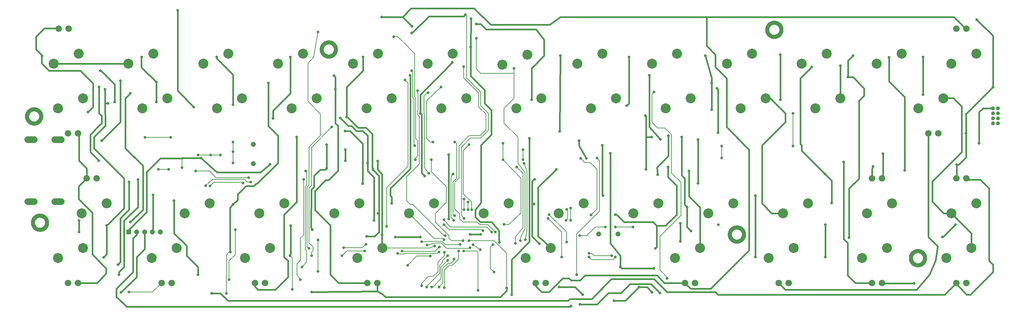
<source format=gtl>
G75*
%MOIN*%
%OFA0B0*%
%FSLAX25Y25*%
%IPPOS*%
%LPD*%
%AMOC8*
5,1,8,0,0,1.08239X$1,22.5*
%
%ADD10C,0.10000*%
%ADD11C,0.06600*%
%ADD12C,0.05150*%
%ADD13R,0.05150X0.05150*%
%ADD14C,0.06600*%
%ADD15C,0.03969*%
%ADD16C,0.03937*%
%ADD17C,0.03200*%
%ADD18C,0.02800*%
%ADD19C,0.01600*%
%ADD20C,0.00600*%
D10*
X0042657Y0056842D03*
X0067657Y0066842D03*
X0136161Y0056842D03*
X0161161Y0066842D03*
X0229665Y0056842D03*
X0254665Y0066842D03*
X0341870Y0056842D03*
X0366870Y0066842D03*
X0393622Y0101645D03*
X0418622Y0111645D03*
X0468425Y0101645D03*
X0493425Y0111645D03*
X0543228Y0101645D03*
X0568228Y0111645D03*
X0618031Y0101645D03*
X0643031Y0111645D03*
X0692835Y0101645D03*
X0717835Y0111645D03*
X0767638Y0101645D03*
X0792638Y0111645D03*
X0851791Y0101645D03*
X0876791Y0111645D03*
X0935945Y0101645D03*
X0960945Y0111645D03*
X0955945Y0066842D03*
X0930945Y0056842D03*
X0871791Y0066842D03*
X0846791Y0056842D03*
X0778287Y0066842D03*
X0753287Y0056842D03*
X0684783Y0066842D03*
X0659783Y0056842D03*
X0535177Y0066842D03*
X0510177Y0056842D03*
X0343819Y0111645D03*
X0318819Y0101645D03*
X0269016Y0111645D03*
X0244016Y0101645D03*
X0194213Y0111645D03*
X0169213Y0101645D03*
X0091358Y0111645D03*
X0066358Y0101645D03*
X0042657Y0206449D03*
X0067657Y0216449D03*
X0126811Y0206449D03*
X0151811Y0216449D03*
X0201614Y0206449D03*
X0226614Y0216449D03*
X0276417Y0206449D03*
X0301417Y0216449D03*
X0351220Y0206449D03*
X0376220Y0216449D03*
X0426024Y0206449D03*
X0451024Y0216449D03*
X0500827Y0206449D03*
X0525827Y0216449D03*
X0575630Y0206449D03*
X0600630Y0216449D03*
X0650433Y0206449D03*
X0675433Y0216449D03*
X0725236Y0206449D03*
X0750236Y0216449D03*
X0800039Y0206449D03*
X0825039Y0216449D03*
X0902894Y0206449D03*
X0927894Y0216449D03*
X0935945Y0251252D03*
X0960945Y0261252D03*
X0886142Y0261252D03*
X0861142Y0251252D03*
X0811339Y0261252D03*
X0786339Y0251252D03*
X0736535Y0261252D03*
X0711535Y0251252D03*
X0661732Y0261252D03*
X0636732Y0251252D03*
X0586929Y0261252D03*
X0561929Y0251252D03*
X0512126Y0260267D03*
X0487126Y0250267D03*
X0437323Y0261252D03*
X0412323Y0251252D03*
X0362520Y0261252D03*
X0337520Y0251252D03*
X0287717Y0261252D03*
X0262717Y0251252D03*
X0212913Y0261252D03*
X0187913Y0251252D03*
X0138110Y0261252D03*
X0113110Y0251252D03*
X0063307Y0261252D03*
X0038307Y0251252D03*
D11*
X0052657Y0031842D03*
X0062657Y0031842D03*
X0146161Y0031842D03*
X0156161Y0031842D03*
X0239665Y0031842D03*
X0249665Y0031842D03*
X0351870Y0031842D03*
X0361870Y0031842D03*
X0520177Y0031842D03*
X0530177Y0031842D03*
X0669783Y0031842D03*
X0679783Y0031842D03*
X0763287Y0031842D03*
X0773287Y0031842D03*
X0856791Y0031842D03*
X0866791Y0031842D03*
X0940945Y0031842D03*
X0950945Y0031842D03*
X0950945Y0136645D03*
X0940945Y0136645D03*
X0866791Y0136645D03*
X0856791Y0136645D03*
X0912894Y0181449D03*
X0922894Y0181449D03*
X0940945Y0286252D03*
X0950945Y0286252D03*
X0081358Y0136645D03*
X0071358Y0136645D03*
X0062657Y0181449D03*
X0052657Y0181449D03*
X0053307Y0286252D03*
X0043307Y0286252D03*
D12*
X0237850Y0170373D03*
X0237850Y0151160D03*
X0144948Y0082767D03*
X0137074Y0082767D03*
X0129200Y0082767D03*
X0121326Y0082767D03*
X0583394Y0080767D03*
X0602606Y0080767D03*
D13*
X0113452Y0082767D03*
D14*
X0046056Y0113361D02*
X0039456Y0113361D01*
X0018930Y0113361D02*
X0012330Y0113361D01*
X0012330Y0175172D02*
X0018930Y0175172D01*
X0039456Y0175172D02*
X0046056Y0175172D01*
D15*
X0977500Y0191567D03*
X0977500Y0196567D03*
X0982500Y0196567D03*
X0982500Y0191567D03*
X0982500Y0201567D03*
X0982500Y0206567D03*
X0977500Y0206567D03*
X0977500Y0201567D03*
D16*
X0751850Y0285031D02*
X0751852Y0285205D01*
X0751859Y0285379D01*
X0751869Y0285552D01*
X0751884Y0285726D01*
X0751903Y0285899D01*
X0751927Y0286071D01*
X0751954Y0286243D01*
X0751986Y0286414D01*
X0752022Y0286584D01*
X0752062Y0286753D01*
X0752107Y0286921D01*
X0752155Y0287088D01*
X0752208Y0287254D01*
X0752264Y0287419D01*
X0752325Y0287582D01*
X0752389Y0287743D01*
X0752458Y0287903D01*
X0752530Y0288061D01*
X0752607Y0288217D01*
X0752687Y0288372D01*
X0752771Y0288524D01*
X0752858Y0288674D01*
X0752950Y0288823D01*
X0753044Y0288968D01*
X0753143Y0289112D01*
X0753245Y0289253D01*
X0753350Y0289391D01*
X0753459Y0289527D01*
X0753571Y0289660D01*
X0753686Y0289790D01*
X0753804Y0289918D01*
X0753926Y0290042D01*
X0754050Y0290164D01*
X0754178Y0290282D01*
X0754308Y0290397D01*
X0754441Y0290509D01*
X0754577Y0290618D01*
X0754715Y0290723D01*
X0754856Y0290825D01*
X0755000Y0290924D01*
X0755145Y0291018D01*
X0755294Y0291110D01*
X0755444Y0291197D01*
X0755596Y0291281D01*
X0755751Y0291361D01*
X0755907Y0291438D01*
X0756065Y0291510D01*
X0756225Y0291579D01*
X0756386Y0291643D01*
X0756549Y0291704D01*
X0756714Y0291760D01*
X0756880Y0291813D01*
X0757047Y0291861D01*
X0757215Y0291906D01*
X0757384Y0291946D01*
X0757554Y0291982D01*
X0757725Y0292014D01*
X0757897Y0292041D01*
X0758069Y0292065D01*
X0758242Y0292084D01*
X0758416Y0292099D01*
X0758589Y0292109D01*
X0758763Y0292116D01*
X0758937Y0292118D01*
X0759111Y0292116D01*
X0759285Y0292109D01*
X0759458Y0292099D01*
X0759632Y0292084D01*
X0759805Y0292065D01*
X0759977Y0292041D01*
X0760149Y0292014D01*
X0760320Y0291982D01*
X0760490Y0291946D01*
X0760659Y0291906D01*
X0760827Y0291861D01*
X0760994Y0291813D01*
X0761160Y0291760D01*
X0761325Y0291704D01*
X0761488Y0291643D01*
X0761649Y0291579D01*
X0761809Y0291510D01*
X0761967Y0291438D01*
X0762123Y0291361D01*
X0762278Y0291281D01*
X0762430Y0291197D01*
X0762580Y0291110D01*
X0762729Y0291018D01*
X0762874Y0290924D01*
X0763018Y0290825D01*
X0763159Y0290723D01*
X0763297Y0290618D01*
X0763433Y0290509D01*
X0763566Y0290397D01*
X0763696Y0290282D01*
X0763824Y0290164D01*
X0763948Y0290042D01*
X0764070Y0289918D01*
X0764188Y0289790D01*
X0764303Y0289660D01*
X0764415Y0289527D01*
X0764524Y0289391D01*
X0764629Y0289253D01*
X0764731Y0289112D01*
X0764830Y0288968D01*
X0764924Y0288823D01*
X0765016Y0288674D01*
X0765103Y0288524D01*
X0765187Y0288372D01*
X0765267Y0288217D01*
X0765344Y0288061D01*
X0765416Y0287903D01*
X0765485Y0287743D01*
X0765549Y0287582D01*
X0765610Y0287419D01*
X0765666Y0287254D01*
X0765719Y0287088D01*
X0765767Y0286921D01*
X0765812Y0286753D01*
X0765852Y0286584D01*
X0765888Y0286414D01*
X0765920Y0286243D01*
X0765947Y0286071D01*
X0765971Y0285899D01*
X0765990Y0285726D01*
X0766005Y0285552D01*
X0766015Y0285379D01*
X0766022Y0285205D01*
X0766024Y0285031D01*
X0766022Y0284857D01*
X0766015Y0284683D01*
X0766005Y0284510D01*
X0765990Y0284336D01*
X0765971Y0284163D01*
X0765947Y0283991D01*
X0765920Y0283819D01*
X0765888Y0283648D01*
X0765852Y0283478D01*
X0765812Y0283309D01*
X0765767Y0283141D01*
X0765719Y0282974D01*
X0765666Y0282808D01*
X0765610Y0282643D01*
X0765549Y0282480D01*
X0765485Y0282319D01*
X0765416Y0282159D01*
X0765344Y0282001D01*
X0765267Y0281845D01*
X0765187Y0281690D01*
X0765103Y0281538D01*
X0765016Y0281388D01*
X0764924Y0281239D01*
X0764830Y0281094D01*
X0764731Y0280950D01*
X0764629Y0280809D01*
X0764524Y0280671D01*
X0764415Y0280535D01*
X0764303Y0280402D01*
X0764188Y0280272D01*
X0764070Y0280144D01*
X0763948Y0280020D01*
X0763824Y0279898D01*
X0763696Y0279780D01*
X0763566Y0279665D01*
X0763433Y0279553D01*
X0763297Y0279444D01*
X0763159Y0279339D01*
X0763018Y0279237D01*
X0762874Y0279138D01*
X0762729Y0279044D01*
X0762580Y0278952D01*
X0762430Y0278865D01*
X0762278Y0278781D01*
X0762123Y0278701D01*
X0761967Y0278624D01*
X0761809Y0278552D01*
X0761649Y0278483D01*
X0761488Y0278419D01*
X0761325Y0278358D01*
X0761160Y0278302D01*
X0760994Y0278249D01*
X0760827Y0278201D01*
X0760659Y0278156D01*
X0760490Y0278116D01*
X0760320Y0278080D01*
X0760149Y0278048D01*
X0759977Y0278021D01*
X0759805Y0277997D01*
X0759632Y0277978D01*
X0759458Y0277963D01*
X0759285Y0277953D01*
X0759111Y0277946D01*
X0758937Y0277944D01*
X0758763Y0277946D01*
X0758589Y0277953D01*
X0758416Y0277963D01*
X0758242Y0277978D01*
X0758069Y0277997D01*
X0757897Y0278021D01*
X0757725Y0278048D01*
X0757554Y0278080D01*
X0757384Y0278116D01*
X0757215Y0278156D01*
X0757047Y0278201D01*
X0756880Y0278249D01*
X0756714Y0278302D01*
X0756549Y0278358D01*
X0756386Y0278419D01*
X0756225Y0278483D01*
X0756065Y0278552D01*
X0755907Y0278624D01*
X0755751Y0278701D01*
X0755596Y0278781D01*
X0755444Y0278865D01*
X0755294Y0278952D01*
X0755145Y0279044D01*
X0755000Y0279138D01*
X0754856Y0279237D01*
X0754715Y0279339D01*
X0754577Y0279444D01*
X0754441Y0279553D01*
X0754308Y0279665D01*
X0754178Y0279780D01*
X0754050Y0279898D01*
X0753926Y0280020D01*
X0753804Y0280144D01*
X0753686Y0280272D01*
X0753571Y0280402D01*
X0753459Y0280535D01*
X0753350Y0280671D01*
X0753245Y0280809D01*
X0753143Y0280950D01*
X0753044Y0281094D01*
X0752950Y0281239D01*
X0752858Y0281388D01*
X0752771Y0281538D01*
X0752687Y0281690D01*
X0752607Y0281845D01*
X0752530Y0282001D01*
X0752458Y0282159D01*
X0752389Y0282319D01*
X0752325Y0282480D01*
X0752264Y0282643D01*
X0752208Y0282808D01*
X0752155Y0282974D01*
X0752107Y0283141D01*
X0752062Y0283309D01*
X0752022Y0283478D01*
X0751986Y0283648D01*
X0751954Y0283819D01*
X0751927Y0283991D01*
X0751903Y0284163D01*
X0751884Y0284336D01*
X0751869Y0284510D01*
X0751859Y0284683D01*
X0751852Y0284857D01*
X0751850Y0285031D01*
X0306368Y0265346D02*
X0306370Y0265520D01*
X0306377Y0265694D01*
X0306387Y0265867D01*
X0306402Y0266041D01*
X0306421Y0266214D01*
X0306445Y0266386D01*
X0306472Y0266558D01*
X0306504Y0266729D01*
X0306540Y0266899D01*
X0306580Y0267068D01*
X0306625Y0267236D01*
X0306673Y0267403D01*
X0306726Y0267569D01*
X0306782Y0267734D01*
X0306843Y0267897D01*
X0306907Y0268058D01*
X0306976Y0268218D01*
X0307048Y0268376D01*
X0307125Y0268532D01*
X0307205Y0268687D01*
X0307289Y0268839D01*
X0307376Y0268989D01*
X0307468Y0269138D01*
X0307562Y0269283D01*
X0307661Y0269427D01*
X0307763Y0269568D01*
X0307868Y0269706D01*
X0307977Y0269842D01*
X0308089Y0269975D01*
X0308204Y0270105D01*
X0308322Y0270233D01*
X0308444Y0270357D01*
X0308568Y0270479D01*
X0308696Y0270597D01*
X0308826Y0270712D01*
X0308959Y0270824D01*
X0309095Y0270933D01*
X0309233Y0271038D01*
X0309374Y0271140D01*
X0309518Y0271239D01*
X0309663Y0271333D01*
X0309812Y0271425D01*
X0309962Y0271512D01*
X0310114Y0271596D01*
X0310269Y0271676D01*
X0310425Y0271753D01*
X0310583Y0271825D01*
X0310743Y0271894D01*
X0310904Y0271958D01*
X0311067Y0272019D01*
X0311232Y0272075D01*
X0311398Y0272128D01*
X0311565Y0272176D01*
X0311733Y0272221D01*
X0311902Y0272261D01*
X0312072Y0272297D01*
X0312243Y0272329D01*
X0312415Y0272356D01*
X0312587Y0272380D01*
X0312760Y0272399D01*
X0312934Y0272414D01*
X0313107Y0272424D01*
X0313281Y0272431D01*
X0313455Y0272433D01*
X0313629Y0272431D01*
X0313803Y0272424D01*
X0313976Y0272414D01*
X0314150Y0272399D01*
X0314323Y0272380D01*
X0314495Y0272356D01*
X0314667Y0272329D01*
X0314838Y0272297D01*
X0315008Y0272261D01*
X0315177Y0272221D01*
X0315345Y0272176D01*
X0315512Y0272128D01*
X0315678Y0272075D01*
X0315843Y0272019D01*
X0316006Y0271958D01*
X0316167Y0271894D01*
X0316327Y0271825D01*
X0316485Y0271753D01*
X0316641Y0271676D01*
X0316796Y0271596D01*
X0316948Y0271512D01*
X0317098Y0271425D01*
X0317247Y0271333D01*
X0317392Y0271239D01*
X0317536Y0271140D01*
X0317677Y0271038D01*
X0317815Y0270933D01*
X0317951Y0270824D01*
X0318084Y0270712D01*
X0318214Y0270597D01*
X0318342Y0270479D01*
X0318466Y0270357D01*
X0318588Y0270233D01*
X0318706Y0270105D01*
X0318821Y0269975D01*
X0318933Y0269842D01*
X0319042Y0269706D01*
X0319147Y0269568D01*
X0319249Y0269427D01*
X0319348Y0269283D01*
X0319442Y0269138D01*
X0319534Y0268989D01*
X0319621Y0268839D01*
X0319705Y0268687D01*
X0319785Y0268532D01*
X0319862Y0268376D01*
X0319934Y0268218D01*
X0320003Y0268058D01*
X0320067Y0267897D01*
X0320128Y0267734D01*
X0320184Y0267569D01*
X0320237Y0267403D01*
X0320285Y0267236D01*
X0320330Y0267068D01*
X0320370Y0266899D01*
X0320406Y0266729D01*
X0320438Y0266558D01*
X0320465Y0266386D01*
X0320489Y0266214D01*
X0320508Y0266041D01*
X0320523Y0265867D01*
X0320533Y0265694D01*
X0320540Y0265520D01*
X0320542Y0265346D01*
X0320540Y0265172D01*
X0320533Y0264998D01*
X0320523Y0264825D01*
X0320508Y0264651D01*
X0320489Y0264478D01*
X0320465Y0264306D01*
X0320438Y0264134D01*
X0320406Y0263963D01*
X0320370Y0263793D01*
X0320330Y0263624D01*
X0320285Y0263456D01*
X0320237Y0263289D01*
X0320184Y0263123D01*
X0320128Y0262958D01*
X0320067Y0262795D01*
X0320003Y0262634D01*
X0319934Y0262474D01*
X0319862Y0262316D01*
X0319785Y0262160D01*
X0319705Y0262005D01*
X0319621Y0261853D01*
X0319534Y0261703D01*
X0319442Y0261554D01*
X0319348Y0261409D01*
X0319249Y0261265D01*
X0319147Y0261124D01*
X0319042Y0260986D01*
X0318933Y0260850D01*
X0318821Y0260717D01*
X0318706Y0260587D01*
X0318588Y0260459D01*
X0318466Y0260335D01*
X0318342Y0260213D01*
X0318214Y0260095D01*
X0318084Y0259980D01*
X0317951Y0259868D01*
X0317815Y0259759D01*
X0317677Y0259654D01*
X0317536Y0259552D01*
X0317392Y0259453D01*
X0317247Y0259359D01*
X0317098Y0259267D01*
X0316948Y0259180D01*
X0316796Y0259096D01*
X0316641Y0259016D01*
X0316485Y0258939D01*
X0316327Y0258867D01*
X0316167Y0258798D01*
X0316006Y0258734D01*
X0315843Y0258673D01*
X0315678Y0258617D01*
X0315512Y0258564D01*
X0315345Y0258516D01*
X0315177Y0258471D01*
X0315008Y0258431D01*
X0314838Y0258395D01*
X0314667Y0258363D01*
X0314495Y0258336D01*
X0314323Y0258312D01*
X0314150Y0258293D01*
X0313976Y0258278D01*
X0313803Y0258268D01*
X0313629Y0258261D01*
X0313455Y0258259D01*
X0313281Y0258261D01*
X0313107Y0258268D01*
X0312934Y0258278D01*
X0312760Y0258293D01*
X0312587Y0258312D01*
X0312415Y0258336D01*
X0312243Y0258363D01*
X0312072Y0258395D01*
X0311902Y0258431D01*
X0311733Y0258471D01*
X0311565Y0258516D01*
X0311398Y0258564D01*
X0311232Y0258617D01*
X0311067Y0258673D01*
X0310904Y0258734D01*
X0310743Y0258798D01*
X0310583Y0258867D01*
X0310425Y0258939D01*
X0310269Y0259016D01*
X0310114Y0259096D01*
X0309962Y0259180D01*
X0309812Y0259267D01*
X0309663Y0259359D01*
X0309518Y0259453D01*
X0309374Y0259552D01*
X0309233Y0259654D01*
X0309095Y0259759D01*
X0308959Y0259868D01*
X0308826Y0259980D01*
X0308696Y0260095D01*
X0308568Y0260213D01*
X0308444Y0260335D01*
X0308322Y0260459D01*
X0308204Y0260587D01*
X0308089Y0260717D01*
X0307977Y0260850D01*
X0307868Y0260986D01*
X0307763Y0261124D01*
X0307661Y0261265D01*
X0307562Y0261409D01*
X0307468Y0261554D01*
X0307376Y0261703D01*
X0307289Y0261853D01*
X0307205Y0262005D01*
X0307125Y0262160D01*
X0307048Y0262316D01*
X0306976Y0262474D01*
X0306907Y0262634D01*
X0306843Y0262795D01*
X0306782Y0262958D01*
X0306726Y0263123D01*
X0306673Y0263289D01*
X0306625Y0263456D01*
X0306580Y0263624D01*
X0306540Y0263793D01*
X0306504Y0263963D01*
X0306472Y0264134D01*
X0306445Y0264306D01*
X0306421Y0264478D01*
X0306402Y0264651D01*
X0306387Y0264825D01*
X0306377Y0264998D01*
X0306370Y0265172D01*
X0306368Y0265346D01*
X0011693Y0198417D02*
X0011695Y0198591D01*
X0011702Y0198765D01*
X0011712Y0198938D01*
X0011727Y0199112D01*
X0011746Y0199285D01*
X0011770Y0199457D01*
X0011797Y0199629D01*
X0011829Y0199800D01*
X0011865Y0199970D01*
X0011905Y0200139D01*
X0011950Y0200307D01*
X0011998Y0200474D01*
X0012051Y0200640D01*
X0012107Y0200805D01*
X0012168Y0200968D01*
X0012232Y0201129D01*
X0012301Y0201289D01*
X0012373Y0201447D01*
X0012450Y0201603D01*
X0012530Y0201758D01*
X0012614Y0201910D01*
X0012701Y0202060D01*
X0012793Y0202209D01*
X0012887Y0202354D01*
X0012986Y0202498D01*
X0013088Y0202639D01*
X0013193Y0202777D01*
X0013302Y0202913D01*
X0013414Y0203046D01*
X0013529Y0203176D01*
X0013647Y0203304D01*
X0013769Y0203428D01*
X0013893Y0203550D01*
X0014021Y0203668D01*
X0014151Y0203783D01*
X0014284Y0203895D01*
X0014420Y0204004D01*
X0014558Y0204109D01*
X0014699Y0204211D01*
X0014843Y0204310D01*
X0014988Y0204404D01*
X0015137Y0204496D01*
X0015287Y0204583D01*
X0015439Y0204667D01*
X0015594Y0204747D01*
X0015750Y0204824D01*
X0015908Y0204896D01*
X0016068Y0204965D01*
X0016229Y0205029D01*
X0016392Y0205090D01*
X0016557Y0205146D01*
X0016723Y0205199D01*
X0016890Y0205247D01*
X0017058Y0205292D01*
X0017227Y0205332D01*
X0017397Y0205368D01*
X0017568Y0205400D01*
X0017740Y0205427D01*
X0017912Y0205451D01*
X0018085Y0205470D01*
X0018259Y0205485D01*
X0018432Y0205495D01*
X0018606Y0205502D01*
X0018780Y0205504D01*
X0018954Y0205502D01*
X0019128Y0205495D01*
X0019301Y0205485D01*
X0019475Y0205470D01*
X0019648Y0205451D01*
X0019820Y0205427D01*
X0019992Y0205400D01*
X0020163Y0205368D01*
X0020333Y0205332D01*
X0020502Y0205292D01*
X0020670Y0205247D01*
X0020837Y0205199D01*
X0021003Y0205146D01*
X0021168Y0205090D01*
X0021331Y0205029D01*
X0021492Y0204965D01*
X0021652Y0204896D01*
X0021810Y0204824D01*
X0021966Y0204747D01*
X0022121Y0204667D01*
X0022273Y0204583D01*
X0022423Y0204496D01*
X0022572Y0204404D01*
X0022717Y0204310D01*
X0022861Y0204211D01*
X0023002Y0204109D01*
X0023140Y0204004D01*
X0023276Y0203895D01*
X0023409Y0203783D01*
X0023539Y0203668D01*
X0023667Y0203550D01*
X0023791Y0203428D01*
X0023913Y0203304D01*
X0024031Y0203176D01*
X0024146Y0203046D01*
X0024258Y0202913D01*
X0024367Y0202777D01*
X0024472Y0202639D01*
X0024574Y0202498D01*
X0024673Y0202354D01*
X0024767Y0202209D01*
X0024859Y0202060D01*
X0024946Y0201910D01*
X0025030Y0201758D01*
X0025110Y0201603D01*
X0025187Y0201447D01*
X0025259Y0201289D01*
X0025328Y0201129D01*
X0025392Y0200968D01*
X0025453Y0200805D01*
X0025509Y0200640D01*
X0025562Y0200474D01*
X0025610Y0200307D01*
X0025655Y0200139D01*
X0025695Y0199970D01*
X0025731Y0199800D01*
X0025763Y0199629D01*
X0025790Y0199457D01*
X0025814Y0199285D01*
X0025833Y0199112D01*
X0025848Y0198938D01*
X0025858Y0198765D01*
X0025865Y0198591D01*
X0025867Y0198417D01*
X0025865Y0198243D01*
X0025858Y0198069D01*
X0025848Y0197896D01*
X0025833Y0197722D01*
X0025814Y0197549D01*
X0025790Y0197377D01*
X0025763Y0197205D01*
X0025731Y0197034D01*
X0025695Y0196864D01*
X0025655Y0196695D01*
X0025610Y0196527D01*
X0025562Y0196360D01*
X0025509Y0196194D01*
X0025453Y0196029D01*
X0025392Y0195866D01*
X0025328Y0195705D01*
X0025259Y0195545D01*
X0025187Y0195387D01*
X0025110Y0195231D01*
X0025030Y0195076D01*
X0024946Y0194924D01*
X0024859Y0194774D01*
X0024767Y0194625D01*
X0024673Y0194480D01*
X0024574Y0194336D01*
X0024472Y0194195D01*
X0024367Y0194057D01*
X0024258Y0193921D01*
X0024146Y0193788D01*
X0024031Y0193658D01*
X0023913Y0193530D01*
X0023791Y0193406D01*
X0023667Y0193284D01*
X0023539Y0193166D01*
X0023409Y0193051D01*
X0023276Y0192939D01*
X0023140Y0192830D01*
X0023002Y0192725D01*
X0022861Y0192623D01*
X0022717Y0192524D01*
X0022572Y0192430D01*
X0022423Y0192338D01*
X0022273Y0192251D01*
X0022121Y0192167D01*
X0021966Y0192087D01*
X0021810Y0192010D01*
X0021652Y0191938D01*
X0021492Y0191869D01*
X0021331Y0191805D01*
X0021168Y0191744D01*
X0021003Y0191688D01*
X0020837Y0191635D01*
X0020670Y0191587D01*
X0020502Y0191542D01*
X0020333Y0191502D01*
X0020163Y0191466D01*
X0019992Y0191434D01*
X0019820Y0191407D01*
X0019648Y0191383D01*
X0019475Y0191364D01*
X0019301Y0191349D01*
X0019128Y0191339D01*
X0018954Y0191332D01*
X0018780Y0191330D01*
X0018606Y0191332D01*
X0018432Y0191339D01*
X0018259Y0191349D01*
X0018085Y0191364D01*
X0017912Y0191383D01*
X0017740Y0191407D01*
X0017568Y0191434D01*
X0017397Y0191466D01*
X0017227Y0191502D01*
X0017058Y0191542D01*
X0016890Y0191587D01*
X0016723Y0191635D01*
X0016557Y0191688D01*
X0016392Y0191744D01*
X0016229Y0191805D01*
X0016068Y0191869D01*
X0015908Y0191938D01*
X0015750Y0192010D01*
X0015594Y0192087D01*
X0015439Y0192167D01*
X0015287Y0192251D01*
X0015137Y0192338D01*
X0014988Y0192430D01*
X0014843Y0192524D01*
X0014699Y0192623D01*
X0014558Y0192725D01*
X0014420Y0192830D01*
X0014284Y0192939D01*
X0014151Y0193051D01*
X0014021Y0193166D01*
X0013893Y0193284D01*
X0013769Y0193406D01*
X0013647Y0193530D01*
X0013529Y0193658D01*
X0013414Y0193788D01*
X0013302Y0193921D01*
X0013193Y0194057D01*
X0013088Y0194195D01*
X0012986Y0194336D01*
X0012887Y0194480D01*
X0012793Y0194625D01*
X0012701Y0194774D01*
X0012614Y0194924D01*
X0012530Y0195076D01*
X0012450Y0195231D01*
X0012373Y0195387D01*
X0012301Y0195545D01*
X0012232Y0195705D01*
X0012168Y0195866D01*
X0012107Y0196029D01*
X0012051Y0196194D01*
X0011998Y0196360D01*
X0011950Y0196527D01*
X0011905Y0196695D01*
X0011865Y0196864D01*
X0011829Y0197034D01*
X0011797Y0197205D01*
X0011770Y0197377D01*
X0011746Y0197549D01*
X0011727Y0197722D01*
X0011712Y0197896D01*
X0011702Y0198069D01*
X0011695Y0198243D01*
X0011693Y0198417D01*
X0017598Y0092118D02*
X0017600Y0092292D01*
X0017607Y0092466D01*
X0017617Y0092639D01*
X0017632Y0092813D01*
X0017651Y0092986D01*
X0017675Y0093158D01*
X0017702Y0093330D01*
X0017734Y0093501D01*
X0017770Y0093671D01*
X0017810Y0093840D01*
X0017855Y0094008D01*
X0017903Y0094175D01*
X0017956Y0094341D01*
X0018012Y0094506D01*
X0018073Y0094669D01*
X0018137Y0094830D01*
X0018206Y0094990D01*
X0018278Y0095148D01*
X0018355Y0095304D01*
X0018435Y0095459D01*
X0018519Y0095611D01*
X0018606Y0095761D01*
X0018698Y0095910D01*
X0018792Y0096055D01*
X0018891Y0096199D01*
X0018993Y0096340D01*
X0019098Y0096478D01*
X0019207Y0096614D01*
X0019319Y0096747D01*
X0019434Y0096877D01*
X0019552Y0097005D01*
X0019674Y0097129D01*
X0019798Y0097251D01*
X0019926Y0097369D01*
X0020056Y0097484D01*
X0020189Y0097596D01*
X0020325Y0097705D01*
X0020463Y0097810D01*
X0020604Y0097912D01*
X0020748Y0098011D01*
X0020893Y0098105D01*
X0021042Y0098197D01*
X0021192Y0098284D01*
X0021344Y0098368D01*
X0021499Y0098448D01*
X0021655Y0098525D01*
X0021813Y0098597D01*
X0021973Y0098666D01*
X0022134Y0098730D01*
X0022297Y0098791D01*
X0022462Y0098847D01*
X0022628Y0098900D01*
X0022795Y0098948D01*
X0022963Y0098993D01*
X0023132Y0099033D01*
X0023302Y0099069D01*
X0023473Y0099101D01*
X0023645Y0099128D01*
X0023817Y0099152D01*
X0023990Y0099171D01*
X0024164Y0099186D01*
X0024337Y0099196D01*
X0024511Y0099203D01*
X0024685Y0099205D01*
X0024859Y0099203D01*
X0025033Y0099196D01*
X0025206Y0099186D01*
X0025380Y0099171D01*
X0025553Y0099152D01*
X0025725Y0099128D01*
X0025897Y0099101D01*
X0026068Y0099069D01*
X0026238Y0099033D01*
X0026407Y0098993D01*
X0026575Y0098948D01*
X0026742Y0098900D01*
X0026908Y0098847D01*
X0027073Y0098791D01*
X0027236Y0098730D01*
X0027397Y0098666D01*
X0027557Y0098597D01*
X0027715Y0098525D01*
X0027871Y0098448D01*
X0028026Y0098368D01*
X0028178Y0098284D01*
X0028328Y0098197D01*
X0028477Y0098105D01*
X0028622Y0098011D01*
X0028766Y0097912D01*
X0028907Y0097810D01*
X0029045Y0097705D01*
X0029181Y0097596D01*
X0029314Y0097484D01*
X0029444Y0097369D01*
X0029572Y0097251D01*
X0029696Y0097129D01*
X0029818Y0097005D01*
X0029936Y0096877D01*
X0030051Y0096747D01*
X0030163Y0096614D01*
X0030272Y0096478D01*
X0030377Y0096340D01*
X0030479Y0096199D01*
X0030578Y0096055D01*
X0030672Y0095910D01*
X0030764Y0095761D01*
X0030851Y0095611D01*
X0030935Y0095459D01*
X0031015Y0095304D01*
X0031092Y0095148D01*
X0031164Y0094990D01*
X0031233Y0094830D01*
X0031297Y0094669D01*
X0031358Y0094506D01*
X0031414Y0094341D01*
X0031467Y0094175D01*
X0031515Y0094008D01*
X0031560Y0093840D01*
X0031600Y0093671D01*
X0031636Y0093501D01*
X0031668Y0093330D01*
X0031695Y0093158D01*
X0031719Y0092986D01*
X0031738Y0092813D01*
X0031753Y0092639D01*
X0031763Y0092466D01*
X0031770Y0092292D01*
X0031772Y0092118D01*
X0031770Y0091944D01*
X0031763Y0091770D01*
X0031753Y0091597D01*
X0031738Y0091423D01*
X0031719Y0091250D01*
X0031695Y0091078D01*
X0031668Y0090906D01*
X0031636Y0090735D01*
X0031600Y0090565D01*
X0031560Y0090396D01*
X0031515Y0090228D01*
X0031467Y0090061D01*
X0031414Y0089895D01*
X0031358Y0089730D01*
X0031297Y0089567D01*
X0031233Y0089406D01*
X0031164Y0089246D01*
X0031092Y0089088D01*
X0031015Y0088932D01*
X0030935Y0088777D01*
X0030851Y0088625D01*
X0030764Y0088475D01*
X0030672Y0088326D01*
X0030578Y0088181D01*
X0030479Y0088037D01*
X0030377Y0087896D01*
X0030272Y0087758D01*
X0030163Y0087622D01*
X0030051Y0087489D01*
X0029936Y0087359D01*
X0029818Y0087231D01*
X0029696Y0087107D01*
X0029572Y0086985D01*
X0029444Y0086867D01*
X0029314Y0086752D01*
X0029181Y0086640D01*
X0029045Y0086531D01*
X0028907Y0086426D01*
X0028766Y0086324D01*
X0028622Y0086225D01*
X0028477Y0086131D01*
X0028328Y0086039D01*
X0028178Y0085952D01*
X0028026Y0085868D01*
X0027871Y0085788D01*
X0027715Y0085711D01*
X0027557Y0085639D01*
X0027397Y0085570D01*
X0027236Y0085506D01*
X0027073Y0085445D01*
X0026908Y0085389D01*
X0026742Y0085336D01*
X0026575Y0085288D01*
X0026407Y0085243D01*
X0026238Y0085203D01*
X0026068Y0085167D01*
X0025897Y0085135D01*
X0025725Y0085108D01*
X0025553Y0085084D01*
X0025380Y0085065D01*
X0025206Y0085050D01*
X0025033Y0085040D01*
X0024859Y0085033D01*
X0024685Y0085031D01*
X0024511Y0085033D01*
X0024337Y0085040D01*
X0024164Y0085050D01*
X0023990Y0085065D01*
X0023817Y0085084D01*
X0023645Y0085108D01*
X0023473Y0085135D01*
X0023302Y0085167D01*
X0023132Y0085203D01*
X0022963Y0085243D01*
X0022795Y0085288D01*
X0022628Y0085336D01*
X0022462Y0085389D01*
X0022297Y0085445D01*
X0022134Y0085506D01*
X0021973Y0085570D01*
X0021813Y0085639D01*
X0021655Y0085711D01*
X0021499Y0085788D01*
X0021344Y0085868D01*
X0021192Y0085952D01*
X0021042Y0086039D01*
X0020893Y0086131D01*
X0020748Y0086225D01*
X0020604Y0086324D01*
X0020463Y0086426D01*
X0020325Y0086531D01*
X0020189Y0086640D01*
X0020056Y0086752D01*
X0019926Y0086867D01*
X0019798Y0086985D01*
X0019674Y0087107D01*
X0019552Y0087231D01*
X0019434Y0087359D01*
X0019319Y0087489D01*
X0019207Y0087622D01*
X0019098Y0087758D01*
X0018993Y0087896D01*
X0018891Y0088037D01*
X0018792Y0088181D01*
X0018698Y0088326D01*
X0018606Y0088475D01*
X0018519Y0088625D01*
X0018435Y0088777D01*
X0018355Y0088932D01*
X0018278Y0089088D01*
X0018206Y0089246D01*
X0018137Y0089406D01*
X0018073Y0089567D01*
X0018012Y0089730D01*
X0017956Y0089895D01*
X0017903Y0090061D01*
X0017855Y0090228D01*
X0017810Y0090396D01*
X0017770Y0090565D01*
X0017734Y0090735D01*
X0017702Y0090906D01*
X0017675Y0091078D01*
X0017651Y0091250D01*
X0017632Y0091423D01*
X0017617Y0091597D01*
X0017607Y0091770D01*
X0017600Y0091944D01*
X0017598Y0092118D01*
X0714448Y0080307D02*
X0714450Y0080481D01*
X0714457Y0080655D01*
X0714467Y0080828D01*
X0714482Y0081002D01*
X0714501Y0081175D01*
X0714525Y0081347D01*
X0714552Y0081519D01*
X0714584Y0081690D01*
X0714620Y0081860D01*
X0714660Y0082029D01*
X0714705Y0082197D01*
X0714753Y0082364D01*
X0714806Y0082530D01*
X0714862Y0082695D01*
X0714923Y0082858D01*
X0714987Y0083019D01*
X0715056Y0083179D01*
X0715128Y0083337D01*
X0715205Y0083493D01*
X0715285Y0083648D01*
X0715369Y0083800D01*
X0715456Y0083950D01*
X0715548Y0084099D01*
X0715642Y0084244D01*
X0715741Y0084388D01*
X0715843Y0084529D01*
X0715948Y0084667D01*
X0716057Y0084803D01*
X0716169Y0084936D01*
X0716284Y0085066D01*
X0716402Y0085194D01*
X0716524Y0085318D01*
X0716648Y0085440D01*
X0716776Y0085558D01*
X0716906Y0085673D01*
X0717039Y0085785D01*
X0717175Y0085894D01*
X0717313Y0085999D01*
X0717454Y0086101D01*
X0717598Y0086200D01*
X0717743Y0086294D01*
X0717892Y0086386D01*
X0718042Y0086473D01*
X0718194Y0086557D01*
X0718349Y0086637D01*
X0718505Y0086714D01*
X0718663Y0086786D01*
X0718823Y0086855D01*
X0718984Y0086919D01*
X0719147Y0086980D01*
X0719312Y0087036D01*
X0719478Y0087089D01*
X0719645Y0087137D01*
X0719813Y0087182D01*
X0719982Y0087222D01*
X0720152Y0087258D01*
X0720323Y0087290D01*
X0720495Y0087317D01*
X0720667Y0087341D01*
X0720840Y0087360D01*
X0721014Y0087375D01*
X0721187Y0087385D01*
X0721361Y0087392D01*
X0721535Y0087394D01*
X0721709Y0087392D01*
X0721883Y0087385D01*
X0722056Y0087375D01*
X0722230Y0087360D01*
X0722403Y0087341D01*
X0722575Y0087317D01*
X0722747Y0087290D01*
X0722918Y0087258D01*
X0723088Y0087222D01*
X0723257Y0087182D01*
X0723425Y0087137D01*
X0723592Y0087089D01*
X0723758Y0087036D01*
X0723923Y0086980D01*
X0724086Y0086919D01*
X0724247Y0086855D01*
X0724407Y0086786D01*
X0724565Y0086714D01*
X0724721Y0086637D01*
X0724876Y0086557D01*
X0725028Y0086473D01*
X0725178Y0086386D01*
X0725327Y0086294D01*
X0725472Y0086200D01*
X0725616Y0086101D01*
X0725757Y0085999D01*
X0725895Y0085894D01*
X0726031Y0085785D01*
X0726164Y0085673D01*
X0726294Y0085558D01*
X0726422Y0085440D01*
X0726546Y0085318D01*
X0726668Y0085194D01*
X0726786Y0085066D01*
X0726901Y0084936D01*
X0727013Y0084803D01*
X0727122Y0084667D01*
X0727227Y0084529D01*
X0727329Y0084388D01*
X0727428Y0084244D01*
X0727522Y0084099D01*
X0727614Y0083950D01*
X0727701Y0083800D01*
X0727785Y0083648D01*
X0727865Y0083493D01*
X0727942Y0083337D01*
X0728014Y0083179D01*
X0728083Y0083019D01*
X0728147Y0082858D01*
X0728208Y0082695D01*
X0728264Y0082530D01*
X0728317Y0082364D01*
X0728365Y0082197D01*
X0728410Y0082029D01*
X0728450Y0081860D01*
X0728486Y0081690D01*
X0728518Y0081519D01*
X0728545Y0081347D01*
X0728569Y0081175D01*
X0728588Y0081002D01*
X0728603Y0080828D01*
X0728613Y0080655D01*
X0728620Y0080481D01*
X0728622Y0080307D01*
X0728620Y0080133D01*
X0728613Y0079959D01*
X0728603Y0079786D01*
X0728588Y0079612D01*
X0728569Y0079439D01*
X0728545Y0079267D01*
X0728518Y0079095D01*
X0728486Y0078924D01*
X0728450Y0078754D01*
X0728410Y0078585D01*
X0728365Y0078417D01*
X0728317Y0078250D01*
X0728264Y0078084D01*
X0728208Y0077919D01*
X0728147Y0077756D01*
X0728083Y0077595D01*
X0728014Y0077435D01*
X0727942Y0077277D01*
X0727865Y0077121D01*
X0727785Y0076966D01*
X0727701Y0076814D01*
X0727614Y0076664D01*
X0727522Y0076515D01*
X0727428Y0076370D01*
X0727329Y0076226D01*
X0727227Y0076085D01*
X0727122Y0075947D01*
X0727013Y0075811D01*
X0726901Y0075678D01*
X0726786Y0075548D01*
X0726668Y0075420D01*
X0726546Y0075296D01*
X0726422Y0075174D01*
X0726294Y0075056D01*
X0726164Y0074941D01*
X0726031Y0074829D01*
X0725895Y0074720D01*
X0725757Y0074615D01*
X0725616Y0074513D01*
X0725472Y0074414D01*
X0725327Y0074320D01*
X0725178Y0074228D01*
X0725028Y0074141D01*
X0724876Y0074057D01*
X0724721Y0073977D01*
X0724565Y0073900D01*
X0724407Y0073828D01*
X0724247Y0073759D01*
X0724086Y0073695D01*
X0723923Y0073634D01*
X0723758Y0073578D01*
X0723592Y0073525D01*
X0723425Y0073477D01*
X0723257Y0073432D01*
X0723088Y0073392D01*
X0722918Y0073356D01*
X0722747Y0073324D01*
X0722575Y0073297D01*
X0722403Y0073273D01*
X0722230Y0073254D01*
X0722056Y0073239D01*
X0721883Y0073229D01*
X0721709Y0073222D01*
X0721535Y0073220D01*
X0721361Y0073222D01*
X0721187Y0073229D01*
X0721014Y0073239D01*
X0720840Y0073254D01*
X0720667Y0073273D01*
X0720495Y0073297D01*
X0720323Y0073324D01*
X0720152Y0073356D01*
X0719982Y0073392D01*
X0719813Y0073432D01*
X0719645Y0073477D01*
X0719478Y0073525D01*
X0719312Y0073578D01*
X0719147Y0073634D01*
X0718984Y0073695D01*
X0718823Y0073759D01*
X0718663Y0073828D01*
X0718505Y0073900D01*
X0718349Y0073977D01*
X0718194Y0074057D01*
X0718042Y0074141D01*
X0717892Y0074228D01*
X0717743Y0074320D01*
X0717598Y0074414D01*
X0717454Y0074513D01*
X0717313Y0074615D01*
X0717175Y0074720D01*
X0717039Y0074829D01*
X0716906Y0074941D01*
X0716776Y0075056D01*
X0716648Y0075174D01*
X0716524Y0075296D01*
X0716402Y0075420D01*
X0716284Y0075548D01*
X0716169Y0075678D01*
X0716057Y0075811D01*
X0715948Y0075947D01*
X0715843Y0076085D01*
X0715741Y0076226D01*
X0715642Y0076370D01*
X0715548Y0076515D01*
X0715456Y0076664D01*
X0715369Y0076814D01*
X0715285Y0076966D01*
X0715205Y0077121D01*
X0715128Y0077277D01*
X0715056Y0077435D01*
X0714987Y0077595D01*
X0714923Y0077756D01*
X0714862Y0077919D01*
X0714806Y0078084D01*
X0714753Y0078250D01*
X0714705Y0078417D01*
X0714660Y0078585D01*
X0714620Y0078754D01*
X0714584Y0078924D01*
X0714552Y0079095D01*
X0714525Y0079267D01*
X0714501Y0079439D01*
X0714482Y0079612D01*
X0714467Y0079786D01*
X0714457Y0079959D01*
X0714450Y0080133D01*
X0714448Y0080307D01*
X0895551Y0056685D02*
X0895553Y0056859D01*
X0895560Y0057033D01*
X0895570Y0057206D01*
X0895585Y0057380D01*
X0895604Y0057553D01*
X0895628Y0057725D01*
X0895655Y0057897D01*
X0895687Y0058068D01*
X0895723Y0058238D01*
X0895763Y0058407D01*
X0895808Y0058575D01*
X0895856Y0058742D01*
X0895909Y0058908D01*
X0895965Y0059073D01*
X0896026Y0059236D01*
X0896090Y0059397D01*
X0896159Y0059557D01*
X0896231Y0059715D01*
X0896308Y0059871D01*
X0896388Y0060026D01*
X0896472Y0060178D01*
X0896559Y0060328D01*
X0896651Y0060477D01*
X0896745Y0060622D01*
X0896844Y0060766D01*
X0896946Y0060907D01*
X0897051Y0061045D01*
X0897160Y0061181D01*
X0897272Y0061314D01*
X0897387Y0061444D01*
X0897505Y0061572D01*
X0897627Y0061696D01*
X0897751Y0061818D01*
X0897879Y0061936D01*
X0898009Y0062051D01*
X0898142Y0062163D01*
X0898278Y0062272D01*
X0898416Y0062377D01*
X0898557Y0062479D01*
X0898701Y0062578D01*
X0898846Y0062672D01*
X0898995Y0062764D01*
X0899145Y0062851D01*
X0899297Y0062935D01*
X0899452Y0063015D01*
X0899608Y0063092D01*
X0899766Y0063164D01*
X0899926Y0063233D01*
X0900087Y0063297D01*
X0900250Y0063358D01*
X0900415Y0063414D01*
X0900581Y0063467D01*
X0900748Y0063515D01*
X0900916Y0063560D01*
X0901085Y0063600D01*
X0901255Y0063636D01*
X0901426Y0063668D01*
X0901598Y0063695D01*
X0901770Y0063719D01*
X0901943Y0063738D01*
X0902117Y0063753D01*
X0902290Y0063763D01*
X0902464Y0063770D01*
X0902638Y0063772D01*
X0902812Y0063770D01*
X0902986Y0063763D01*
X0903159Y0063753D01*
X0903333Y0063738D01*
X0903506Y0063719D01*
X0903678Y0063695D01*
X0903850Y0063668D01*
X0904021Y0063636D01*
X0904191Y0063600D01*
X0904360Y0063560D01*
X0904528Y0063515D01*
X0904695Y0063467D01*
X0904861Y0063414D01*
X0905026Y0063358D01*
X0905189Y0063297D01*
X0905350Y0063233D01*
X0905510Y0063164D01*
X0905668Y0063092D01*
X0905824Y0063015D01*
X0905979Y0062935D01*
X0906131Y0062851D01*
X0906281Y0062764D01*
X0906430Y0062672D01*
X0906575Y0062578D01*
X0906719Y0062479D01*
X0906860Y0062377D01*
X0906998Y0062272D01*
X0907134Y0062163D01*
X0907267Y0062051D01*
X0907397Y0061936D01*
X0907525Y0061818D01*
X0907649Y0061696D01*
X0907771Y0061572D01*
X0907889Y0061444D01*
X0908004Y0061314D01*
X0908116Y0061181D01*
X0908225Y0061045D01*
X0908330Y0060907D01*
X0908432Y0060766D01*
X0908531Y0060622D01*
X0908625Y0060477D01*
X0908717Y0060328D01*
X0908804Y0060178D01*
X0908888Y0060026D01*
X0908968Y0059871D01*
X0909045Y0059715D01*
X0909117Y0059557D01*
X0909186Y0059397D01*
X0909250Y0059236D01*
X0909311Y0059073D01*
X0909367Y0058908D01*
X0909420Y0058742D01*
X0909468Y0058575D01*
X0909513Y0058407D01*
X0909553Y0058238D01*
X0909589Y0058068D01*
X0909621Y0057897D01*
X0909648Y0057725D01*
X0909672Y0057553D01*
X0909691Y0057380D01*
X0909706Y0057206D01*
X0909716Y0057033D01*
X0909723Y0056859D01*
X0909725Y0056685D01*
X0909723Y0056511D01*
X0909716Y0056337D01*
X0909706Y0056164D01*
X0909691Y0055990D01*
X0909672Y0055817D01*
X0909648Y0055645D01*
X0909621Y0055473D01*
X0909589Y0055302D01*
X0909553Y0055132D01*
X0909513Y0054963D01*
X0909468Y0054795D01*
X0909420Y0054628D01*
X0909367Y0054462D01*
X0909311Y0054297D01*
X0909250Y0054134D01*
X0909186Y0053973D01*
X0909117Y0053813D01*
X0909045Y0053655D01*
X0908968Y0053499D01*
X0908888Y0053344D01*
X0908804Y0053192D01*
X0908717Y0053042D01*
X0908625Y0052893D01*
X0908531Y0052748D01*
X0908432Y0052604D01*
X0908330Y0052463D01*
X0908225Y0052325D01*
X0908116Y0052189D01*
X0908004Y0052056D01*
X0907889Y0051926D01*
X0907771Y0051798D01*
X0907649Y0051674D01*
X0907525Y0051552D01*
X0907397Y0051434D01*
X0907267Y0051319D01*
X0907134Y0051207D01*
X0906998Y0051098D01*
X0906860Y0050993D01*
X0906719Y0050891D01*
X0906575Y0050792D01*
X0906430Y0050698D01*
X0906281Y0050606D01*
X0906131Y0050519D01*
X0905979Y0050435D01*
X0905824Y0050355D01*
X0905668Y0050278D01*
X0905510Y0050206D01*
X0905350Y0050137D01*
X0905189Y0050073D01*
X0905026Y0050012D01*
X0904861Y0049956D01*
X0904695Y0049903D01*
X0904528Y0049855D01*
X0904360Y0049810D01*
X0904191Y0049770D01*
X0904021Y0049734D01*
X0903850Y0049702D01*
X0903678Y0049675D01*
X0903506Y0049651D01*
X0903333Y0049632D01*
X0903159Y0049617D01*
X0902986Y0049607D01*
X0902812Y0049600D01*
X0902638Y0049598D01*
X0902464Y0049600D01*
X0902290Y0049607D01*
X0902117Y0049617D01*
X0901943Y0049632D01*
X0901770Y0049651D01*
X0901598Y0049675D01*
X0901426Y0049702D01*
X0901255Y0049734D01*
X0901085Y0049770D01*
X0900916Y0049810D01*
X0900748Y0049855D01*
X0900581Y0049903D01*
X0900415Y0049956D01*
X0900250Y0050012D01*
X0900087Y0050073D01*
X0899926Y0050137D01*
X0899766Y0050206D01*
X0899608Y0050278D01*
X0899452Y0050355D01*
X0899297Y0050435D01*
X0899145Y0050519D01*
X0898995Y0050606D01*
X0898846Y0050698D01*
X0898701Y0050792D01*
X0898557Y0050891D01*
X0898416Y0050993D01*
X0898278Y0051098D01*
X0898142Y0051207D01*
X0898009Y0051319D01*
X0897879Y0051434D01*
X0897751Y0051552D01*
X0897627Y0051674D01*
X0897505Y0051798D01*
X0897387Y0051926D01*
X0897272Y0052056D01*
X0897160Y0052189D01*
X0897051Y0052325D01*
X0896946Y0052463D01*
X0896844Y0052604D01*
X0896745Y0052748D01*
X0896651Y0052893D01*
X0896559Y0053042D01*
X0896472Y0053192D01*
X0896388Y0053344D01*
X0896308Y0053499D01*
X0896231Y0053655D01*
X0896159Y0053813D01*
X0896090Y0053973D01*
X0896026Y0054134D01*
X0895965Y0054297D01*
X0895909Y0054462D01*
X0895856Y0054628D01*
X0895808Y0054795D01*
X0895763Y0054963D01*
X0895723Y0055132D01*
X0895687Y0055302D01*
X0895655Y0055473D01*
X0895628Y0055645D01*
X0895604Y0055817D01*
X0895585Y0055990D01*
X0895570Y0056164D01*
X0895560Y0056337D01*
X0895553Y0056511D01*
X0895551Y0056685D01*
D17*
X0895638Y0056685D03*
X0897638Y0051785D03*
X0902438Y0049685D03*
X0907638Y0051685D03*
X0909538Y0056585D03*
X0907638Y0061685D03*
X0902838Y0063585D03*
X0897738Y0061485D03*
X0728435Y0080207D03*
X0726535Y0075307D03*
X0721335Y0073307D03*
X0716535Y0075407D03*
X0714535Y0080307D03*
X0716635Y0085107D03*
X0721735Y0087207D03*
X0726535Y0085307D03*
X0318455Y0260346D03*
X0313255Y0258346D03*
X0308455Y0260446D03*
X0306455Y0265346D03*
X0308555Y0270146D03*
X0313655Y0272246D03*
X0318455Y0270346D03*
X0320355Y0265246D03*
X0025680Y0198317D03*
X0023780Y0203417D03*
X0018980Y0205317D03*
X0013880Y0203217D03*
X0011780Y0198417D03*
X0013780Y0193517D03*
X0018580Y0191417D03*
X0023780Y0193417D03*
X0024885Y0099018D03*
X0029685Y0097118D03*
X0031585Y0092018D03*
X0029685Y0087118D03*
X0024485Y0085118D03*
X0019685Y0087218D03*
X0017685Y0092118D03*
X0019785Y0096918D03*
X0751937Y0285031D03*
X0753937Y0280131D03*
X0758737Y0278031D03*
X0763937Y0280031D03*
X0765837Y0284931D03*
X0763937Y0290031D03*
X0759137Y0291931D03*
X0754037Y0289831D03*
D18*
X0765000Y0260317D03*
X0796250Y0247817D03*
X0825000Y0249067D03*
X0832500Y0237817D03*
X0873800Y0257567D03*
X0907500Y0257817D03*
X0837500Y0259067D03*
X0907500Y0220317D03*
X0977500Y0227817D03*
X0950600Y0181567D03*
X0963750Y0171567D03*
X0941250Y0150317D03*
X0889400Y0144367D03*
X0857500Y0148517D03*
X0828200Y0152767D03*
X0809575Y0140742D03*
X0867800Y0161167D03*
X0777800Y0168967D03*
X0706400Y0168967D03*
X0682500Y0175317D03*
X0666200Y0177967D03*
X0653000Y0179167D03*
X0645000Y0175417D03*
X0636250Y0177817D03*
X0595000Y0161567D03*
X0581600Y0156967D03*
X0570850Y0156567D03*
X0565400Y0156367D03*
X0587000Y0169567D03*
X0563750Y0174067D03*
X0544400Y0183667D03*
X0514050Y0176567D03*
X0487500Y0171567D03*
X0507500Y0165317D03*
X0507500Y0155317D03*
X0508750Y0151567D03*
X0501250Y0147817D03*
X0487500Y0155317D03*
X0453750Y0170317D03*
X0439450Y0172817D03*
X0417500Y0172817D03*
X0399150Y0169067D03*
X0399900Y0155317D03*
X0416000Y0155167D03*
X0433300Y0160317D03*
X0437550Y0140817D03*
X0413150Y0141417D03*
X0409400Y0138967D03*
X0362300Y0153717D03*
X0352200Y0151967D03*
X0357500Y0145317D03*
X0330000Y0154067D03*
X0311250Y0146567D03*
X0290150Y0143967D03*
X0288200Y0135367D03*
X0254600Y0150367D03*
X0233400Y0137167D03*
X0235400Y0132967D03*
X0227600Y0131767D03*
X0194600Y0128767D03*
X0190200Y0129167D03*
X0180200Y0143767D03*
X0166600Y0147167D03*
X0153200Y0145567D03*
X0143000Y0145567D03*
X0122500Y0135317D03*
X0113750Y0132817D03*
X0137800Y0119967D03*
X0158750Y0114067D03*
X0115000Y0092817D03*
X0091400Y0089567D03*
X0063750Y0094067D03*
X0063750Y0082817D03*
X0088200Y0057567D03*
X0102500Y0050317D03*
X0103750Y0040317D03*
X0105800Y0022367D03*
X0113750Y0022817D03*
X0182500Y0040317D03*
X0213750Y0035317D03*
X0210850Y0021667D03*
X0196250Y0021567D03*
X0277000Y0025567D03*
X0296250Y0022767D03*
X0285000Y0035167D03*
X0302600Y0043567D03*
X0286600Y0047967D03*
X0296250Y0059067D03*
X0293750Y0066567D03*
X0274550Y0059067D03*
X0302600Y0074767D03*
X0297000Y0085317D03*
X0275400Y0089167D03*
X0220000Y0085317D03*
X0215000Y0062817D03*
X0326600Y0059167D03*
X0328200Y0067167D03*
X0349400Y0063967D03*
X0350600Y0070567D03*
X0380000Y0077817D03*
X0366600Y0079967D03*
X0351200Y0078367D03*
X0371250Y0088467D03*
X0358600Y0094367D03*
X0362500Y0101567D03*
X0376250Y0111567D03*
X0428750Y0095317D03*
X0433400Y0095767D03*
X0438150Y0094667D03*
X0428750Y0090317D03*
X0448750Y0096567D03*
X0439450Y0099067D03*
X0448800Y0105217D03*
X0452500Y0105317D03*
X0456250Y0105317D03*
X0452500Y0112767D03*
X0448800Y0115917D03*
X0518600Y0110767D03*
X0533750Y0100317D03*
X0532500Y0096567D03*
X0550600Y0094367D03*
X0555400Y0094367D03*
X0575600Y0099967D03*
X0555400Y0106767D03*
X0551200Y0105367D03*
X0587500Y0119067D03*
X0600000Y0100317D03*
X0600000Y0087817D03*
X0590000Y0087817D03*
X0564350Y0079067D03*
X0551250Y0072817D03*
X0573750Y0061567D03*
X0573750Y0057817D03*
X0596250Y0059067D03*
X0600000Y0057817D03*
X0605000Y0047817D03*
X0638600Y0046367D03*
X0651800Y0036367D03*
X0623750Y0027817D03*
X0636800Y0022567D03*
X0644600Y0021967D03*
X0598750Y0014067D03*
X0567200Y0020167D03*
X0564800Y0010567D03*
X0555800Y0008767D03*
X0543750Y0027817D03*
X0561250Y0040317D03*
X0546250Y0057817D03*
X0524000Y0071167D03*
X0510000Y0075317D03*
X0505000Y0074067D03*
X0500000Y0071567D03*
X0483950Y0072667D03*
X0477500Y0070317D03*
X0465000Y0065317D03*
X0457500Y0070317D03*
X0454600Y0067167D03*
X0448200Y0063967D03*
X0443400Y0063967D03*
X0432200Y0059167D03*
X0429000Y0062367D03*
X0423750Y0062817D03*
X0423850Y0067717D03*
X0419200Y0068767D03*
X0411550Y0070017D03*
X0406250Y0073067D03*
X0405000Y0077817D03*
X0428750Y0075317D03*
X0430000Y0079067D03*
X0447500Y0074067D03*
X0444800Y0070367D03*
X0453750Y0074067D03*
X0454650Y0080667D03*
X0465450Y0080667D03*
X0467500Y0084067D03*
X0476250Y0082817D03*
X0480000Y0082817D03*
X0488600Y0090367D03*
X0415000Y0058817D03*
X0432200Y0054367D03*
X0438600Y0055967D03*
X0478750Y0042817D03*
X0491250Y0026917D03*
X0496250Y0020317D03*
X0462600Y0024517D03*
X0429000Y0027167D03*
X0423750Y0027817D03*
X0416250Y0027817D03*
X0411250Y0027817D03*
X0406250Y0029067D03*
X0392200Y0049567D03*
X0386600Y0063967D03*
X0382400Y0061567D03*
X0217800Y0110367D03*
X0217800Y0151967D03*
X0205000Y0159967D03*
X0195400Y0159967D03*
X0185800Y0156767D03*
X0182600Y0159967D03*
X0217800Y0163167D03*
X0217800Y0172767D03*
X0155400Y0177567D03*
X0129800Y0177567D03*
X0086250Y0174067D03*
X0083400Y0154317D03*
X0072500Y0202817D03*
X0092500Y0211567D03*
X0099400Y0212767D03*
X0115000Y0221567D03*
X0105000Y0234067D03*
X0089800Y0225567D03*
X0083750Y0227817D03*
X0085000Y0244067D03*
X0126250Y0257817D03*
X0141000Y0232752D03*
X0141000Y0212767D03*
X0178400Y0207967D03*
X0217500Y0210317D03*
X0257500Y0196567D03*
X0281250Y0177817D03*
X0311250Y0170317D03*
X0330000Y0165317D03*
X0329800Y0183967D03*
X0316450Y0187817D03*
X0325000Y0196767D03*
X0331250Y0197817D03*
X0405000Y0201567D03*
X0412600Y0222317D03*
X0402200Y0224167D03*
X0425650Y0227867D03*
X0394600Y0239617D03*
X0396150Y0244067D03*
X0389600Y0234967D03*
X0437000Y0252367D03*
X0448400Y0248167D03*
X0455200Y0267967D03*
X0461000Y0276367D03*
X0461000Y0290767D03*
X0455800Y0296267D03*
X0450000Y0300317D03*
X0396800Y0288367D03*
X0396200Y0281767D03*
X0378200Y0278167D03*
X0366200Y0297967D03*
X0302500Y0282867D03*
X0275000Y0257817D03*
X0318750Y0239067D03*
X0320000Y0225367D03*
X0253000Y0231967D03*
X0201250Y0257817D03*
X0162200Y0304567D03*
X0026600Y0258967D03*
X0347500Y0257817D03*
X0498750Y0246467D03*
X0545000Y0259067D03*
X0613750Y0257817D03*
X0633850Y0239617D03*
X0638600Y0222967D03*
X0611250Y0209067D03*
X0630000Y0199067D03*
X0696250Y0205317D03*
X0701600Y0226567D03*
X0696200Y0231967D03*
X0765000Y0215317D03*
X0777800Y0201367D03*
X0702800Y0182167D03*
X0706400Y0156967D03*
X0673800Y0143967D03*
X0652500Y0147817D03*
X0642200Y0140167D03*
X0630600Y0145567D03*
X0682500Y0131567D03*
X0740000Y0119067D03*
X0671600Y0107767D03*
X0665000Y0091567D03*
X0675800Y0083767D03*
X0665000Y0073567D03*
X0640000Y0066567D03*
X0617500Y0087817D03*
X0703050Y0090317D03*
X0740000Y0057817D03*
X0810000Y0057767D03*
X0833600Y0077167D03*
X0810000Y0090317D03*
X0816200Y0111967D03*
X0926811Y0077817D03*
X0940000Y0090317D03*
X0898750Y0031567D03*
X0541000Y0145567D03*
X0519200Y0135367D03*
X0347400Y0131167D03*
X0516200Y0215167D03*
X0690000Y0259067D03*
X0961250Y0295317D03*
D19*
X0977500Y0279067D01*
X0977500Y0227817D01*
X0950600Y0200917D01*
X0950600Y0181567D01*
X0950600Y0180967D01*
X0950600Y0157567D01*
X0943350Y0150317D01*
X0941250Y0150317D01*
X0941250Y0136567D01*
X0941171Y0136645D01*
X0940945Y0136645D01*
X0950945Y0136645D02*
X0952274Y0135317D01*
X0965000Y0135317D01*
X0973750Y0126567D01*
X0973750Y0054067D01*
X0977500Y0050317D01*
X0977500Y0042817D01*
X0955000Y0020317D01*
X0951250Y0020317D01*
X0941526Y0030041D01*
X0941526Y0031842D01*
X0940945Y0031842D01*
X0929419Y0020317D01*
X0702500Y0020317D01*
X0700000Y0022817D01*
X0651550Y0022817D01*
X0638600Y0035767D01*
X0596000Y0035767D01*
X0576200Y0015967D01*
X0554400Y0015967D01*
X0552500Y0014067D01*
X0212500Y0014067D01*
X0205000Y0021567D01*
X0196250Y0021567D01*
X0239665Y0028151D02*
X0242500Y0025317D01*
X0260000Y0025317D01*
X0272500Y0037817D01*
X0272500Y0054067D01*
X0268750Y0057817D01*
X0268750Y0100317D01*
X0281250Y0112817D01*
X0281250Y0177817D01*
X0262600Y0179167D02*
X0262600Y0151967D01*
X0241800Y0131167D01*
X0240800Y0131167D01*
X0238400Y0128767D01*
X0230600Y0128767D01*
X0222200Y0120367D01*
X0222200Y0114767D01*
X0217800Y0110367D01*
X0214600Y0107167D01*
X0214600Y0062367D01*
X0215000Y0062817D01*
X0182500Y0047817D02*
X0182500Y0040317D01*
X0182500Y0047817D02*
X0171250Y0059067D01*
X0171250Y0069067D01*
X0158750Y0081567D01*
X0158750Y0114067D01*
X0137800Y0119967D02*
X0137800Y0083493D01*
X0137074Y0082767D01*
X0129200Y0082767D02*
X0129200Y0065767D01*
X0121250Y0057817D01*
X0121250Y0037817D01*
X0105800Y0022367D01*
X0101000Y0026317D02*
X0101000Y0017567D01*
X0101800Y0017567D01*
X0111200Y0008167D01*
X0555200Y0008167D01*
X0555800Y0008767D01*
X0564800Y0010567D02*
X0581600Y0010567D01*
X0593000Y0021967D01*
X0605600Y0021967D01*
X0614600Y0030967D01*
X0635600Y0030967D01*
X0644600Y0021967D01*
X0636800Y0022567D02*
X0631550Y0027817D01*
X0623750Y0027817D01*
X0610000Y0014067D01*
X0598750Y0014067D01*
X0567200Y0020167D02*
X0559550Y0027817D01*
X0543750Y0027817D01*
X0547450Y0036567D02*
X0533700Y0022817D01*
X0526250Y0022817D01*
X0520177Y0028889D01*
X0520177Y0031842D01*
X0491250Y0026917D02*
X0491250Y0024067D01*
X0485000Y0017817D01*
X0370000Y0017817D01*
X0366875Y0020942D01*
X0361900Y0023367D01*
X0296250Y0022767D01*
X0315000Y0040317D02*
X0323474Y0031842D01*
X0351870Y0031842D01*
X0361870Y0031842D02*
X0361870Y0025947D01*
X0361900Y0023367D01*
X0315000Y0040317D02*
X0315000Y0089367D01*
X0299600Y0104767D01*
X0299600Y0123967D01*
X0310400Y0134767D01*
X0313200Y0134767D01*
X0322500Y0144067D01*
X0322500Y0189067D01*
X0320000Y0191567D01*
X0320000Y0225367D01*
X0320000Y0237817D01*
X0318750Y0239067D01*
X0331250Y0227817D02*
X0347500Y0244067D01*
X0347500Y0257817D01*
X0394400Y0239617D02*
X0394600Y0239617D01*
X0394400Y0239617D02*
X0395000Y0239017D01*
X0395000Y0146167D01*
X0377900Y0129067D01*
X0377500Y0129067D01*
X0375000Y0126567D01*
X0375000Y0119067D01*
X0376250Y0117817D01*
X0376250Y0111567D01*
X0363750Y0101567D02*
X0362500Y0101567D01*
X0363750Y0101567D02*
X0363750Y0138817D01*
X0357500Y0145067D01*
X0357500Y0145317D01*
X0357500Y0146667D01*
X0357000Y0147167D01*
X0357000Y0180767D01*
X0350600Y0187167D01*
X0342600Y0187167D01*
X0331950Y0197817D01*
X0331250Y0197817D01*
X0331250Y0227817D01*
X0275000Y0221498D02*
X0257569Y0204067D01*
X0257569Y0196636D01*
X0257500Y0196567D01*
X0253000Y0188767D02*
X0262600Y0179167D01*
X0253000Y0188767D02*
X0253000Y0231967D01*
X0275000Y0221498D02*
X0275000Y0257817D01*
X0217500Y0240317D02*
X0201250Y0256567D01*
X0201250Y0257817D01*
X0217500Y0240317D02*
X0217500Y0210317D01*
X0178400Y0207967D02*
X0162200Y0224167D01*
X0162200Y0304567D01*
X0043307Y0286252D02*
X0042992Y0286567D01*
X0029000Y0286567D01*
X0020600Y0278167D01*
X0020600Y0265567D01*
X0026250Y0259917D01*
X0026250Y0251567D01*
X0033750Y0244067D01*
X0065000Y0244067D01*
X0077500Y0231567D01*
X0077500Y0207817D01*
X0072500Y0202817D01*
X0083750Y0201567D02*
X0086250Y0199067D01*
X0086250Y0191567D01*
X0083400Y0188717D01*
X0075000Y0180317D01*
X0075000Y0162817D01*
X0083400Y0154417D01*
X0083400Y0154317D01*
X0071358Y0146458D02*
X0063750Y0154067D01*
X0063750Y0180356D01*
X0062657Y0181449D01*
X0078750Y0177817D02*
X0078750Y0166567D01*
X0108750Y0136567D01*
X0108750Y0106567D01*
X0091750Y0089567D01*
X0091400Y0089567D01*
X0091400Y0060767D01*
X0088200Y0057567D01*
X0090800Y0046567D02*
X0077000Y0060367D01*
X0077000Y0102067D01*
X0063150Y0115917D01*
X0063150Y0128437D01*
X0071358Y0136645D01*
X0071358Y0146458D01*
X0113750Y0132817D02*
X0113750Y0105317D01*
X0105000Y0096567D01*
X0105000Y0052817D01*
X0102500Y0050317D01*
X0108750Y0047817D02*
X0108750Y0094067D01*
X0122500Y0107817D01*
X0122500Y0135317D01*
X0131250Y0142817D02*
X0145000Y0156567D01*
X0167300Y0156567D01*
X0167500Y0156767D01*
X0185800Y0156767D01*
X0201800Y0142367D01*
X0245000Y0142367D01*
X0254600Y0150367D01*
X0298750Y0139067D02*
X0305000Y0145317D01*
X0310000Y0145317D01*
X0311250Y0146567D01*
X0311250Y0170317D01*
X0330000Y0165317D02*
X0330000Y0154067D01*
X0352200Y0151967D02*
X0352200Y0143967D01*
X0358600Y0137567D01*
X0358600Y0094367D01*
X0363750Y0101567D02*
X0363750Y0082817D01*
X0363500Y0082567D01*
X0363400Y0082567D01*
X0359200Y0078367D01*
X0351200Y0078367D01*
X0366600Y0079967D02*
X0366600Y0140517D01*
X0362500Y0145317D01*
X0362300Y0145517D01*
X0362300Y0153717D01*
X0352200Y0151967D02*
X0352200Y0179167D01*
X0347400Y0183967D01*
X0341000Y0183967D01*
X0336200Y0188767D01*
X0333000Y0188767D01*
X0325000Y0196767D01*
X0329800Y0183967D02*
X0334600Y0183967D01*
X0347400Y0171167D01*
X0347400Y0131167D01*
X0298750Y0127917D02*
X0296000Y0125167D01*
X0295750Y0087167D01*
X0297000Y0085317D01*
X0275400Y0089167D02*
X0275400Y0061417D01*
X0274550Y0059067D01*
X0239665Y0031842D02*
X0239665Y0028151D01*
X0117500Y0042817D02*
X0117500Y0076491D01*
X0121326Y0080317D01*
X0121326Y0082767D01*
X0113452Y0082767D02*
X0113452Y0085019D01*
X0131250Y0102817D01*
X0131250Y0142817D01*
X0127500Y0149067D02*
X0127500Y0105317D01*
X0115000Y0092817D01*
X0063750Y0094067D02*
X0063750Y0082817D01*
X0103750Y0042817D02*
X0108750Y0047817D01*
X0090800Y0046567D02*
X0090800Y0041167D01*
X0081476Y0031842D01*
X0062657Y0031842D01*
X0101000Y0026317D02*
X0117500Y0042817D01*
X0103750Y0042817D02*
X0103750Y0040317D01*
X0298750Y0127917D02*
X0298750Y0139067D01*
X0406400Y0141967D02*
X0409400Y0138967D01*
X0406400Y0141967D02*
X0406400Y0200167D01*
X0405000Y0201567D01*
X0405000Y0220317D01*
X0426250Y0241567D01*
X0426250Y0241617D01*
X0437000Y0252367D01*
X0455200Y0238967D02*
X0455200Y0267967D01*
X0455800Y0296267D01*
X0450000Y0300317D02*
X0448250Y0298567D01*
X0413600Y0298567D01*
X0396800Y0281767D01*
X0396200Y0281767D01*
X0396800Y0288367D02*
X0387200Y0297967D01*
X0366200Y0297967D01*
X0387200Y0297967D02*
X0395800Y0306567D01*
X0458750Y0306567D01*
X0475200Y0290117D01*
X0534300Y0290117D01*
X0545000Y0297817D01*
X0691250Y0297817D01*
X0691250Y0269067D01*
X0700000Y0260317D01*
X0700000Y0247817D01*
X0711250Y0236567D01*
X0711250Y0187817D01*
X0733750Y0165317D01*
X0733750Y0064567D01*
X0695350Y0026167D01*
X0675200Y0026167D01*
X0669783Y0031583D01*
X0669783Y0031842D01*
X0649124Y0031842D01*
X0641600Y0039367D01*
X0569600Y0039367D01*
X0564800Y0034567D01*
X0555800Y0034567D01*
X0553800Y0036567D01*
X0547450Y0036567D01*
X0496250Y0020317D02*
X0496250Y0055317D01*
X0514050Y0073117D01*
X0514050Y0176567D01*
X0544400Y0183667D02*
X0545000Y0259067D01*
X0528750Y0259067D02*
X0516200Y0246517D01*
X0516200Y0215167D01*
X0476000Y0204967D02*
X0469400Y0211567D01*
X0469400Y0224767D01*
X0455200Y0238967D01*
X0528750Y0259067D02*
X0528750Y0275317D01*
X0520500Y0285367D01*
X0470600Y0285367D01*
X0465200Y0290767D01*
X0461000Y0290767D01*
X0613750Y0257817D02*
X0613750Y0211567D01*
X0611250Y0209067D01*
X0630000Y0199067D02*
X0630600Y0198467D01*
X0630600Y0177817D01*
X0636250Y0177817D01*
X0630600Y0177817D02*
X0630600Y0145567D01*
X0641600Y0147367D02*
X0642200Y0140167D01*
X0652500Y0137817D02*
X0652500Y0147817D01*
X0641600Y0147367D02*
X0653000Y0158767D01*
X0653000Y0179167D01*
X0645000Y0175417D02*
X0633850Y0187767D01*
X0633850Y0239617D01*
X0690000Y0259067D02*
X0696250Y0236717D01*
X0696200Y0231967D01*
X0696200Y0228767D01*
X0696250Y0205317D01*
X0750236Y0216449D02*
X0750354Y0216567D01*
X0755000Y0216567D01*
X0770000Y0201567D01*
X0770000Y0192817D01*
X0746600Y0169417D01*
X0746600Y0111367D01*
X0756321Y0101645D01*
X0767638Y0101645D01*
X0810000Y0090317D02*
X0810000Y0057767D01*
X0828200Y0075967D02*
X0832400Y0071767D01*
X0832400Y0039367D01*
X0839924Y0031842D01*
X0856791Y0031842D01*
X0866791Y0031842D02*
X0867067Y0031567D01*
X0898750Y0031567D01*
X0901250Y0025317D02*
X0914449Y0040484D01*
X0920354Y0054716D01*
X0922323Y0068496D01*
X0912894Y0077925D01*
X0912894Y0181449D01*
X0946400Y0162967D02*
X0917000Y0133567D01*
X0917000Y0113045D01*
X0928400Y0101645D01*
X0935945Y0101645D01*
X0955945Y0081645D01*
X0955945Y0066842D01*
X0940000Y0090317D02*
X0927500Y0077817D01*
X0926811Y0077817D01*
X0833600Y0077167D02*
X0833600Y0126367D01*
X0843583Y0136349D01*
X0843583Y0214165D01*
X0848750Y0219332D01*
X0848750Y0226567D01*
X0837500Y0237817D01*
X0832500Y0237817D01*
X0832500Y0254067D01*
X0837500Y0259067D01*
X0825039Y0249027D02*
X0825000Y0249067D01*
X0825039Y0249027D02*
X0825039Y0216449D01*
X0873800Y0233567D02*
X0889400Y0217967D01*
X0889400Y0144367D01*
X0867800Y0137654D02*
X0867800Y0161167D01*
X0857500Y0148517D02*
X0856791Y0146008D01*
X0856791Y0136645D01*
X0866791Y0136645D02*
X0867800Y0137654D01*
X0828200Y0152767D02*
X0828200Y0075967D01*
X0740000Y0057817D02*
X0740000Y0119067D01*
X0684783Y0107383D02*
X0673800Y0118367D01*
X0673800Y0143967D01*
X0669200Y0136567D02*
X0666200Y0139567D01*
X0666200Y0177967D01*
X0682500Y0175317D02*
X0682500Y0131567D01*
X0669200Y0136567D02*
X0669200Y0110167D01*
X0671600Y0107767D01*
X0671600Y0087967D01*
X0675800Y0083767D01*
X0665000Y0091567D02*
X0665000Y0073567D01*
X0684783Y0066842D02*
X0684783Y0107383D01*
X0661250Y0100317D02*
X0661250Y0129067D01*
X0652500Y0137817D01*
X0595000Y0161567D02*
X0595000Y0071567D01*
X0605000Y0059067D01*
X0605000Y0047817D01*
X0606450Y0046367D01*
X0638600Y0046367D01*
X0640000Y0066567D02*
X0641250Y0067817D01*
X0641250Y0089067D01*
X0650000Y0089067D01*
X0661250Y0100317D01*
X0641250Y0089067D02*
X0637500Y0092817D01*
X0608750Y0092817D01*
X0601250Y0100317D01*
X0600000Y0100317D01*
X0587500Y0119067D02*
X0587100Y0119067D01*
X0587000Y0119167D01*
X0587000Y0169567D01*
X0570850Y0156567D02*
X0563750Y0169067D01*
X0563750Y0174067D01*
X0541000Y0145567D02*
X0522800Y0127367D01*
X0522800Y0078967D01*
X0527247Y0074519D01*
X0527500Y0074519D01*
X0535177Y0066842D01*
X0524000Y0071167D02*
X0516800Y0078367D01*
X0516800Y0110767D01*
X0518600Y0110767D01*
X0516800Y0110767D02*
X0516800Y0133567D01*
X0518600Y0135367D01*
X0519200Y0135367D01*
X0465650Y0112167D02*
X0465650Y0169717D01*
X0476000Y0180067D01*
X0476000Y0204967D01*
X0433300Y0160317D02*
X0433300Y0095867D01*
X0433400Y0095767D01*
X0460000Y0097817D02*
X0460000Y0105317D01*
X0465650Y0112167D01*
X0460000Y0097817D02*
X0465000Y0092817D01*
X0476250Y0092817D01*
X0483750Y0084067D01*
X0483750Y0076617D01*
X0483950Y0072667D01*
X0465450Y0080667D02*
X0454650Y0080667D01*
X0405000Y0077817D02*
X0380000Y0077817D01*
X0366600Y0079967D02*
X0366600Y0067167D01*
X0366870Y0066897D01*
X0366870Y0066842D01*
X0127500Y0149067D02*
X0110000Y0166567D01*
X0110000Y0216567D01*
X0115000Y0221567D01*
X0099400Y0230367D02*
X0085700Y0244067D01*
X0085000Y0244067D01*
X0105000Y0234067D02*
X0105000Y0192817D01*
X0086250Y0174067D01*
X0078750Y0177817D02*
X0090000Y0189067D01*
X0089800Y0211567D01*
X0092500Y0211567D01*
X0089800Y0211567D02*
X0089800Y0225567D01*
X0083750Y0227817D02*
X0083750Y0201567D01*
X0099400Y0212767D02*
X0099400Y0230367D01*
X0126093Y0247659D02*
X0126093Y0257659D01*
X0126250Y0257817D01*
X0113110Y0251252D02*
X0038307Y0251252D01*
X0126093Y0247659D02*
X0141000Y0232752D01*
X0141000Y0212767D01*
X0166600Y0156767D02*
X0167500Y0156767D01*
X0691250Y0297817D02*
X0938750Y0297817D01*
X0950315Y0286252D01*
X0950945Y0286252D01*
X0907500Y0257817D02*
X0907500Y0220317D01*
X0927894Y0216449D02*
X0928412Y0216967D01*
X0938000Y0216967D01*
X0946400Y0208567D01*
X0946400Y0162967D01*
X0963750Y0171567D02*
X0963750Y0202817D01*
X0967500Y0206567D01*
X0977500Y0206567D01*
X0873800Y0233567D02*
X0873800Y0257567D01*
X0796250Y0247817D02*
X0785000Y0236567D01*
X0785000Y0170767D01*
X0786200Y0169567D01*
X0786200Y0164117D01*
X0809575Y0140742D01*
X0809625Y0140742D01*
X0816200Y0134167D01*
X0816200Y0134117D02*
X0816200Y0111967D01*
X0702800Y0182167D02*
X0702800Y0225367D01*
X0701600Y0226567D01*
X0765000Y0215317D02*
X0765000Y0260317D01*
X0763287Y0031842D02*
X0769813Y0025317D01*
X0901250Y0025317D01*
D20*
X0665600Y0099367D02*
X0665600Y0132367D01*
X0656000Y0141967D01*
X0656000Y0180367D01*
X0649400Y0186967D01*
X0642200Y0186967D01*
X0636800Y0192367D01*
X0636800Y0221167D01*
X0638600Y0222967D01*
X0502500Y0177817D02*
X0488750Y0191567D01*
X0488750Y0206567D01*
X0498750Y0216567D01*
X0498750Y0240967D01*
X0498150Y0241567D01*
X0465200Y0241567D01*
X0461000Y0245767D01*
X0461000Y0276367D01*
X0451400Y0298917D02*
X0450000Y0300317D01*
X0451400Y0298917D02*
X0451400Y0236767D01*
X0465200Y0222967D01*
X0465200Y0209167D01*
X0473000Y0201367D01*
X0473000Y0184567D01*
X0465200Y0176767D01*
X0455000Y0176767D01*
X0446250Y0168017D01*
X0446250Y0099067D01*
X0448750Y0096567D01*
X0447500Y0092817D02*
X0444350Y0095967D01*
X0444350Y0101017D01*
X0439400Y0105967D01*
X0439400Y0132367D01*
X0443600Y0136567D01*
X0443600Y0168967D01*
X0453800Y0179167D01*
X0464600Y0179167D01*
X0470600Y0185167D01*
X0470600Y0200767D01*
X0463400Y0207967D01*
X0463400Y0221767D01*
X0448400Y0236767D01*
X0448400Y0248167D01*
X0498750Y0246467D02*
X0498750Y0240967D01*
X0425650Y0227867D02*
X0411250Y0214067D01*
X0411250Y0176567D01*
X0415000Y0172817D01*
X0417500Y0172817D01*
X0402200Y0174367D02*
X0400400Y0176167D01*
X0400400Y0216367D01*
X0399200Y0218167D01*
X0399200Y0261117D01*
X0392500Y0267817D01*
X0392500Y0268067D01*
X0382400Y0278167D01*
X0378200Y0278167D01*
X0302500Y0282867D02*
X0298400Y0257767D01*
X0292500Y0251567D01*
X0292500Y0213367D01*
X0305000Y0200867D01*
X0305000Y0179167D01*
X0301250Y0175417D01*
X0301250Y0175367D01*
X0293750Y0167867D01*
X0293750Y0129517D01*
X0291800Y0127567D01*
X0291800Y0068167D01*
X0293600Y0066367D01*
X0293750Y0066567D01*
X0291400Y0063917D02*
X0290000Y0065317D01*
X0290000Y0128767D01*
X0291250Y0130017D01*
X0291250Y0142817D01*
X0290150Y0143917D01*
X0290150Y0143967D01*
X0288200Y0135367D02*
X0288200Y0079967D01*
X0285000Y0076767D01*
X0285000Y0054367D01*
X0281800Y0051167D01*
X0281800Y0039967D01*
X0285000Y0035167D01*
X0302600Y0043567D02*
X0302600Y0074767D01*
X0297500Y0068517D02*
X0293850Y0071567D01*
X0293800Y0071567D01*
X0293600Y0071767D01*
X0293600Y0126967D01*
X0296250Y0129617D01*
X0296250Y0167617D01*
X0316450Y0187817D01*
X0398600Y0170767D02*
X0398600Y0215767D01*
X0397400Y0217567D01*
X0397400Y0242867D01*
X0396200Y0244067D01*
X0396150Y0244067D01*
X0389600Y0234967D02*
X0392600Y0231967D01*
X0392600Y0148567D01*
X0371250Y0127217D01*
X0371250Y0088467D01*
X0393622Y0101645D02*
X0418701Y0076567D01*
X0427550Y0076567D01*
X0428750Y0075317D01*
X0426750Y0073567D02*
X0415200Y0073567D01*
X0406250Y0073067D01*
X0411550Y0070017D02*
X0421000Y0071967D01*
X0425850Y0071967D01*
X0431250Y0066567D01*
X0454000Y0066567D01*
X0454600Y0067167D01*
X0457500Y0070317D02*
X0465000Y0065317D01*
X0462600Y0062367D02*
X0462600Y0024517D01*
X0491250Y0026917D02*
X0491250Y0061567D01*
X0478750Y0074067D01*
X0453750Y0074067D01*
X0447500Y0074067D02*
X0436250Y0074067D01*
X0433750Y0076567D01*
X0433750Y0079067D01*
X0420000Y0092817D01*
X0420000Y0101567D01*
X0431000Y0112567D01*
X0431000Y0128167D01*
X0416000Y0143167D01*
X0416000Y0155167D01*
X0404000Y0150967D02*
X0404000Y0198367D01*
X0402200Y0200167D01*
X0402200Y0203767D01*
X0402800Y0204367D01*
X0402800Y0218767D01*
X0402200Y0224167D01*
X0408750Y0219067D02*
X0412600Y0222317D01*
X0408750Y0219067D02*
X0409350Y0147017D01*
X0413150Y0141417D01*
X0404000Y0150967D02*
X0391250Y0138217D01*
X0391250Y0114067D01*
X0395000Y0110317D01*
X0397500Y0110317D01*
X0428750Y0079067D01*
X0430000Y0079067D01*
X0426750Y0073567D02*
X0430000Y0070317D01*
X0441000Y0070317D01*
X0444800Y0070367D01*
X0443400Y0063967D02*
X0443400Y0055967D01*
X0437000Y0049567D01*
X0433800Y0049567D01*
X0429000Y0044767D01*
X0429000Y0027167D01*
X0427400Y0031467D02*
X0423750Y0027817D01*
X0427400Y0031467D02*
X0427400Y0046367D01*
X0432200Y0051167D01*
X0435400Y0051167D01*
X0438600Y0054367D01*
X0438600Y0055967D01*
X0432200Y0054367D02*
X0425800Y0047967D01*
X0425800Y0036117D01*
X0417500Y0027817D01*
X0416250Y0027817D01*
X0411250Y0027817D02*
X0411250Y0028617D01*
X0424200Y0041567D01*
X0424200Y0049567D01*
X0427400Y0052767D01*
X0427400Y0054367D01*
X0432200Y0059167D01*
X0429000Y0059167D02*
X0429000Y0062367D01*
X0429000Y0059167D02*
X0422600Y0052767D01*
X0422600Y0043167D01*
X0417800Y0038367D01*
X0413000Y0038367D01*
X0406250Y0031617D01*
X0406250Y0029067D01*
X0392200Y0049567D02*
X0401450Y0058817D01*
X0415000Y0058817D01*
X0419500Y0063367D02*
X0423850Y0067717D01*
X0419200Y0068767D02*
X0414750Y0066817D01*
X0368146Y0066817D01*
X0366870Y0066842D01*
X0350600Y0070567D02*
X0346600Y0067167D01*
X0328200Y0067167D01*
X0331400Y0063967D02*
X0326600Y0059167D01*
X0331400Y0063967D02*
X0349400Y0063967D01*
X0382400Y0061567D02*
X0383000Y0060967D01*
X0389000Y0060967D01*
X0389600Y0061567D01*
X0422000Y0061567D01*
X0423250Y0062817D01*
X0423750Y0062817D01*
X0419500Y0063367D02*
X0387800Y0063367D01*
X0387200Y0063967D01*
X0386600Y0063967D01*
X0448200Y0063967D02*
X0461000Y0063967D01*
X0462600Y0062367D01*
X0475000Y0067817D02*
X0475000Y0046567D01*
X0478750Y0042817D01*
X0475000Y0067817D02*
X0477500Y0070317D01*
X0500000Y0071567D02*
X0500000Y0077817D01*
X0507700Y0087317D01*
X0507700Y0141367D01*
X0501250Y0147817D01*
X0502500Y0151567D02*
X0509600Y0142667D01*
X0509600Y0086517D01*
X0505000Y0076567D01*
X0505000Y0074067D01*
X0510000Y0075317D02*
X0511500Y0084567D01*
X0511500Y0144017D01*
X0508750Y0151567D01*
X0507500Y0155317D02*
X0507500Y0165317D01*
X0487500Y0171567D02*
X0487500Y0155317D01*
X0505800Y0136417D01*
X0505800Y0101767D01*
X0493800Y0090367D01*
X0488600Y0090367D01*
X0480000Y0082817D02*
X0472500Y0090317D01*
X0465000Y0090317D01*
X0461250Y0092817D01*
X0447500Y0092817D01*
X0438150Y0094667D02*
X0438150Y0095217D01*
X0435800Y0097567D01*
X0435800Y0137867D01*
X0437550Y0140817D01*
X0441200Y0136567D02*
X0441200Y0171367D01*
X0439750Y0172817D01*
X0439450Y0172817D01*
X0448100Y0164667D02*
X0453750Y0170317D01*
X0448100Y0164667D02*
X0448100Y0120967D01*
X0456250Y0112817D01*
X0456250Y0105317D01*
X0452500Y0105317D02*
X0452500Y0112767D01*
X0448800Y0115917D02*
X0448800Y0105217D01*
X0439450Y0099067D02*
X0439100Y0099067D01*
X0437600Y0100567D01*
X0437600Y0132967D01*
X0441200Y0136567D01*
X0399900Y0155317D02*
X0399900Y0156467D01*
X0402200Y0158767D01*
X0402200Y0174367D01*
X0398600Y0170767D02*
X0398550Y0169517D01*
X0399150Y0169067D01*
X0502500Y0177817D02*
X0502500Y0151567D01*
X0565400Y0156367D02*
X0569600Y0152167D01*
X0575000Y0152167D01*
X0581600Y0145567D01*
X0581600Y0105967D01*
X0575600Y0099967D01*
X0584000Y0103567D02*
X0584000Y0154567D01*
X0581600Y0156967D01*
X0581250Y0156617D01*
X0706400Y0156967D02*
X0706400Y0168967D01*
X0706400Y0169067D01*
X0777800Y0168967D02*
X0777800Y0201367D01*
X0555400Y0106767D02*
X0555400Y0094367D01*
X0552200Y0095967D02*
X0550600Y0094367D01*
X0552200Y0095967D02*
X0552200Y0103967D01*
X0551200Y0105367D01*
X0533750Y0100317D02*
X0551250Y0082817D01*
X0551250Y0072817D01*
X0561250Y0080817D02*
X0584000Y0103567D01*
X0580000Y0087817D02*
X0590000Y0087817D01*
X0580000Y0087817D02*
X0571250Y0079067D01*
X0564350Y0079067D01*
X0561250Y0080817D02*
X0561250Y0040317D01*
X0576250Y0055317D02*
X0573750Y0057817D01*
X0576250Y0055317D02*
X0597500Y0055317D01*
X0600000Y0057817D01*
X0596250Y0059067D02*
X0578750Y0059067D01*
X0576250Y0061567D01*
X0573750Y0061567D01*
X0546250Y0057817D02*
X0546250Y0082817D01*
X0532500Y0096567D01*
X0476250Y0082817D02*
X0471250Y0087817D01*
X0435000Y0087817D01*
X0433750Y0089067D01*
X0428750Y0095317D01*
X0428750Y0090317D02*
X0433750Y0085317D01*
X0466250Y0085317D01*
X0467500Y0084067D01*
X0600000Y0087817D02*
X0617500Y0087817D01*
X0644600Y0078367D02*
X0665600Y0099367D01*
X0644600Y0078367D02*
X0644600Y0044767D01*
X0651800Y0037567D01*
X0651800Y0036367D01*
X0297500Y0064067D02*
X0297500Y0068517D01*
X0297500Y0064067D02*
X0296250Y0062817D01*
X0296250Y0059067D01*
X0291400Y0063917D02*
X0291400Y0052767D01*
X0286600Y0047967D01*
X0277000Y0056717D02*
X0274550Y0059067D01*
X0277000Y0056717D02*
X0277000Y0025567D01*
X0213750Y0035317D02*
X0213750Y0054067D01*
X0220000Y0060317D01*
X0220000Y0085317D01*
X0215000Y0062817D02*
X0213750Y0062817D01*
X0211250Y0060317D01*
X0210850Y0021667D01*
X0146161Y0031842D02*
X0137136Y0022817D01*
X0113750Y0022817D01*
X0194600Y0128767D02*
X0198200Y0132367D01*
X0224600Y0132367D01*
X0227600Y0131767D01*
X0229200Y0135567D02*
X0231800Y0132967D01*
X0235400Y0132967D01*
X0233400Y0137167D02*
X0200600Y0137167D01*
X0194000Y0143767D01*
X0180200Y0143767D01*
X0166600Y0147167D02*
X0166600Y0156767D01*
X0182600Y0159967D02*
X0195400Y0159967D01*
X0205000Y0159967D01*
X0217800Y0163167D02*
X0217800Y0151967D01*
X0217800Y0163167D02*
X0217800Y0172767D01*
X0155400Y0177567D02*
X0129800Y0177567D01*
X0143000Y0145567D02*
X0153200Y0145567D01*
X0190200Y0129167D02*
X0197200Y0135567D01*
X0229200Y0135567D01*
X0026600Y0258967D02*
X0026250Y0259317D01*
X0026250Y0259917D01*
M02*

</source>
